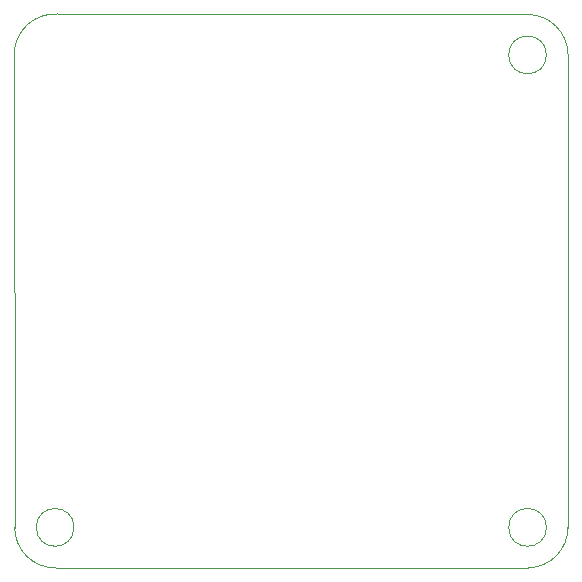
<source format=gbr>
G04 #@! TF.GenerationSoftware,KiCad,Pcbnew,(5.1.5-0-10_14)*
G04 #@! TF.CreationDate,2020-07-06T12:55:30+02:00*
G04 #@! TF.ProjectId,smartcitizen-adc-8ch,736d6172-7463-4697-9469-7a656e2d6164,rev?*
G04 #@! TF.SameCoordinates,Original*
G04 #@! TF.FileFunction,Profile,NP*
%FSLAX46Y46*%
G04 Gerber Fmt 4.6, Leading zero omitted, Abs format (unit mm)*
G04 Created by KiCad (PCBNEW (5.1.5-0-10_14)) date 2020-07-06 12:55:30*
%MOMM*%
%LPD*%
G04 APERTURE LIST*
%ADD10C,0.050000*%
G04 APERTURE END LIST*
D10*
X127351561Y-76542879D02*
X127392001Y-116788999D01*
X170777561Y-73322441D02*
X131023561Y-73282001D01*
X127351561Y-76542879D02*
G75*
G02X131023561Y-73282001I3466439J-205561D01*
G01*
X174244000Y-116840000D02*
X174243999Y-76708001D01*
X174244000Y-116840000D02*
X174243999Y-116708121D01*
X130858439Y-120174559D02*
X170858439Y-120174559D01*
X130858439Y-120174559D02*
G75*
G02X127392001Y-116788999I-40439J3425999D01*
G01*
X174243999Y-116708121D02*
G75*
G02X170858439Y-120174559I-3425999J-40439D01*
G01*
X170777561Y-73322441D02*
G75*
G02X174243999Y-76708001I40439J-3425999D01*
G01*
X132418000Y-116748560D02*
G75*
G03X132418000Y-116748560I-1600000J0D01*
G01*
X172418000Y-116748560D02*
G75*
G03X172418000Y-116748560I-1600000J0D01*
G01*
X172418000Y-76748440D02*
G75*
G03X172418000Y-76748440I-1600000J0D01*
G01*
M02*

</source>
